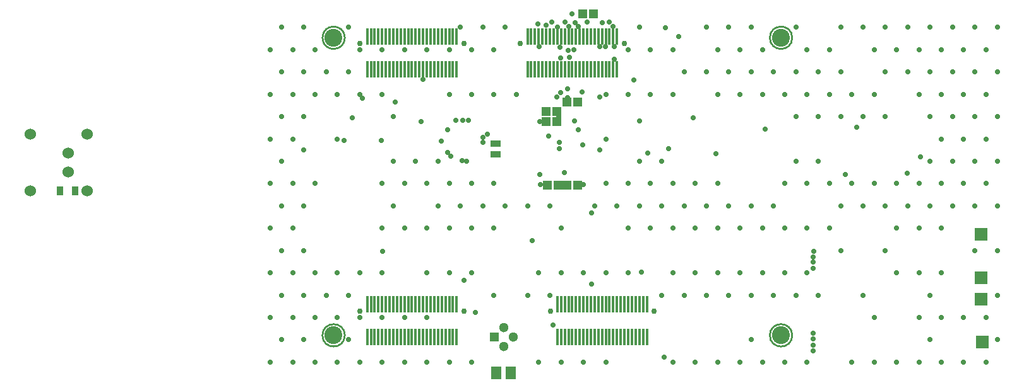
<source format=gbr>
%TF.GenerationSoftware,Altium Limited,Altium Designer,22.2.1 (43)*%
G04 Layer_Color=16711935*
%FSLAX45Y45*%
%MOMM*%
%TF.SameCoordinates,3546A09D-0AB3-465C-A5BE-671B47EBA127*%
%TF.FilePolarity,Negative*%
%TF.FileFunction,Soldermask,Bot*%
%TF.Part,Single*%
G01*
G75*
%TA.AperFunction,NonConductor*%
%ADD11C,0.25400*%
%TA.AperFunction,SMDPad,CuDef*%
%ADD28R,1.35000X0.95000*%
%TA.AperFunction,ComponentPad*%
%ADD64R,1.30000X1.30000*%
%ADD65C,1.30000*%
%TA.AperFunction,SMDPad,CuDef*%
%ADD70R,0.95620X1.20620*%
%TA.AperFunction,ConnectorPad*%
%ADD73R,1.15320X1.25320*%
%TA.AperFunction,SMDPad,CuDef*%
%ADD74R,0.45314X2.20320*%
%ADD75R,1.15320X1.25320*%
%ADD76R,1.40320X1.65320*%
%TA.AperFunction,ComponentPad*%
%ADD77R,1.70320X1.70320*%
%ADD78C,0.75311*%
%ADD79C,2.40309*%
%ADD80C,1.52400*%
%TA.AperFunction,ViaPad*%
%ADD81C,0.70320*%
D11*
X6800024Y3160008D02*
G03*
X6800024Y3160008I-150012J0D01*
G01*
Y7160000D02*
G03*
X6800024Y7160000I-150012J0D01*
G01*
X12800012D02*
G03*
X12800012Y7160000I-150012J0D01*
G01*
Y3160008D02*
G03*
X12800012Y3160008I-150012J0D01*
G01*
D28*
X8820000Y5740000D02*
D03*
Y5590000D02*
D03*
D64*
X8803160Y3141660D02*
D03*
D65*
X9057160D02*
D03*
X8930160Y3268660D02*
D03*
Y3014660D02*
D03*
D70*
X2977500Y5100000D02*
D03*
X3182500Y5100000D02*
D03*
D73*
X10132500Y7480000D02*
D03*
X9987500D02*
D03*
D74*
X9250007Y7180015D02*
D03*
X9300019D02*
D03*
X9350007D02*
D03*
X9400019D02*
D03*
X9450006D02*
D03*
X9500019D02*
D03*
X9550006D02*
D03*
X9600019D02*
D03*
X9650006D02*
D03*
X9700019D02*
D03*
X9750006D02*
D03*
X9800019D02*
D03*
X10450005D02*
D03*
X10400017D02*
D03*
X10350005D02*
D03*
X10300017D02*
D03*
X10250005D02*
D03*
X10200018D02*
D03*
X10150005D02*
D03*
X10100018D02*
D03*
X10050005D02*
D03*
X10000018D02*
D03*
X9950005D02*
D03*
X9900018D02*
D03*
X9850006D02*
D03*
X10450005Y6740011D02*
D03*
X10400017D02*
D03*
X10350005D02*
D03*
X10300017D02*
D03*
X10250005D02*
D03*
X10200018D02*
D03*
X10150005D02*
D03*
X10100018D02*
D03*
X10050005D02*
D03*
X10000018D02*
D03*
X9950005D02*
D03*
X9900018D02*
D03*
X9250007D02*
D03*
X9300019D02*
D03*
X9350007D02*
D03*
X9400019D02*
D03*
X9450006D02*
D03*
X9500019D02*
D03*
X9550006D02*
D03*
X9600019D02*
D03*
X9650006D02*
D03*
X9700019D02*
D03*
X9750006D02*
D03*
X9800019D02*
D03*
X9850006D02*
D03*
X7100024Y7180015D02*
D03*
X7150011D02*
D03*
X7200024D02*
D03*
X7250011D02*
D03*
X7300024D02*
D03*
X7350011D02*
D03*
X7400023D02*
D03*
X7450010D02*
D03*
X7500023D02*
D03*
X7550010D02*
D03*
X7600023D02*
D03*
X7650010D02*
D03*
X8300021D02*
D03*
X8250009D02*
D03*
X8200022D02*
D03*
X8150009D02*
D03*
X8100022D02*
D03*
X8050009D02*
D03*
X8000022D02*
D03*
X7950010D02*
D03*
X7900022D02*
D03*
X7850010D02*
D03*
X7800023D02*
D03*
X7750010D02*
D03*
X7700023D02*
D03*
X8300021Y6740011D02*
D03*
X8250009D02*
D03*
X8200022D02*
D03*
X8150009D02*
D03*
X8100022D02*
D03*
X8050009D02*
D03*
X8000022D02*
D03*
X7950010D02*
D03*
X7900022D02*
D03*
X7850010D02*
D03*
X7800023D02*
D03*
X7750010D02*
D03*
X7100024D02*
D03*
X7150011D02*
D03*
X7200024D02*
D03*
X7250011D02*
D03*
X7300024D02*
D03*
X7350011D02*
D03*
X7400023D02*
D03*
X7450010D02*
D03*
X7500023D02*
D03*
X7550010D02*
D03*
X7600023D02*
D03*
X7650010D02*
D03*
X7700023D02*
D03*
X9650006Y3580022D02*
D03*
X9700019D02*
D03*
X9750006D02*
D03*
X9800019D02*
D03*
X9850006D02*
D03*
X9900018D02*
D03*
X9950005D02*
D03*
X10000018D02*
D03*
X10050005D02*
D03*
X10100018D02*
D03*
X10150005D02*
D03*
X10200018D02*
D03*
X10850004D02*
D03*
X10800016D02*
D03*
X10750004D02*
D03*
X10700017D02*
D03*
X10650004D02*
D03*
X10600017D02*
D03*
X10550004D02*
D03*
X10500017D02*
D03*
X10450005D02*
D03*
X10400017D02*
D03*
X10350005D02*
D03*
X10300017D02*
D03*
X10250005D02*
D03*
X10850004Y3140018D02*
D03*
X10800016D02*
D03*
X10750004D02*
D03*
X10700017D02*
D03*
X10650004D02*
D03*
X10600017D02*
D03*
X10550004D02*
D03*
X10500017D02*
D03*
X10450005D02*
D03*
X10400017D02*
D03*
X10350005D02*
D03*
X10300017D02*
D03*
X9650006D02*
D03*
X9700019D02*
D03*
X9750006D02*
D03*
X9800019D02*
D03*
X9850006D02*
D03*
X9900018D02*
D03*
X9950005D02*
D03*
X10000018D02*
D03*
X10050005D02*
D03*
X10100018D02*
D03*
X10150005D02*
D03*
X10200018D02*
D03*
X10250005D02*
D03*
X7100024Y3580022D02*
D03*
X7150011D02*
D03*
X7200024D02*
D03*
X7250011D02*
D03*
X7300024D02*
D03*
X7350011D02*
D03*
X7400023D02*
D03*
X7450010D02*
D03*
X7500023D02*
D03*
X7550010D02*
D03*
X7600023D02*
D03*
X7650010D02*
D03*
X8300021D02*
D03*
X8250009D02*
D03*
X8200022D02*
D03*
X8150009D02*
D03*
X8100022D02*
D03*
X8050009D02*
D03*
X8000022D02*
D03*
X7950010D02*
D03*
X7900022D02*
D03*
X7850010D02*
D03*
X7800023D02*
D03*
X7750010D02*
D03*
X7700023D02*
D03*
X8300021Y3140018D02*
D03*
X8250009D02*
D03*
X8200022D02*
D03*
X8150009D02*
D03*
X8100022D02*
D03*
X8050009D02*
D03*
X8000022D02*
D03*
X7950010D02*
D03*
X7900022D02*
D03*
X7850010D02*
D03*
X7800023D02*
D03*
X7750010D02*
D03*
X7100024D02*
D03*
X7150011D02*
D03*
X7200024D02*
D03*
X7250011D02*
D03*
X7300024D02*
D03*
X7350011D02*
D03*
X7400023D02*
D03*
X7450010D02*
D03*
X7500023D02*
D03*
X7550010D02*
D03*
X7600023D02*
D03*
X7650010D02*
D03*
X7700023D02*
D03*
D75*
X9497500Y6170000D02*
D03*
X9642500D02*
D03*
X9497500Y6030000D02*
D03*
X9642500D02*
D03*
X9518811Y5181272D02*
D03*
X9663812D02*
D03*
X9777500Y6300000D02*
D03*
X9922500D02*
D03*
X9777500Y5180000D02*
D03*
X9922500D02*
D03*
D76*
X8828560Y2659060D02*
D03*
X9028560D02*
D03*
D77*
X15350000Y3070000D02*
D03*
X15330000Y3930000D02*
D03*
Y4520000D02*
D03*
Y3650000D02*
D03*
D78*
X10545001Y7085019D02*
D03*
X9155011D02*
D03*
X8395018D02*
D03*
X7005003D02*
D03*
X10945025Y3485001D02*
D03*
X9555010D02*
D03*
X8395018D02*
D03*
X7005003D02*
D03*
D79*
X6650012Y7160000D02*
D03*
Y3160008D02*
D03*
X12650000D02*
D03*
Y7160000D02*
D03*
D80*
X3341000Y5099000D02*
D03*
X2579000D02*
D03*
Y5861000D02*
D03*
X3341000D02*
D03*
X3087000Y5353000D02*
D03*
X3087000Y5607000D02*
D03*
D81*
X9887660Y7359283D02*
D03*
X9850000Y7480000D02*
D03*
X15549995Y7299998D02*
D03*
X15399995Y6999998D02*
D03*
X15549995Y6699998D02*
D03*
X15399995Y6399998D02*
D03*
X15549995Y6099998D02*
D03*
X15399995Y5799998D02*
D03*
X15549995Y5499998D02*
D03*
X15399995Y5199998D02*
D03*
X15549995Y4899999D02*
D03*
Y4299999D02*
D03*
Y3699999D02*
D03*
X15399995Y3399999D02*
D03*
X15549995Y3099999D02*
D03*
X15399995Y2799999D02*
D03*
X15249995Y7299998D02*
D03*
X15099995Y6999998D02*
D03*
X15249995Y6699998D02*
D03*
X15099995Y6399998D02*
D03*
X15249995Y6099998D02*
D03*
X15099995Y5799998D02*
D03*
X15249995Y5499998D02*
D03*
X15099995Y5199998D02*
D03*
X15249995Y4899999D02*
D03*
Y4299999D02*
D03*
X15099995Y3399999D02*
D03*
Y2799999D02*
D03*
X14949995Y7299998D02*
D03*
X14799995Y6999998D02*
D03*
X14949995Y6699998D02*
D03*
X14799995Y6399998D02*
D03*
X14949995Y6099998D02*
D03*
X14799995Y5799998D02*
D03*
X14949995Y5499998D02*
D03*
X14799995Y5199998D02*
D03*
X14949995Y4899999D02*
D03*
X14799995Y4599999D02*
D03*
Y3999999D02*
D03*
Y3399999D02*
D03*
Y2799999D02*
D03*
X14649995Y7299998D02*
D03*
X14499995Y6999998D02*
D03*
X14649995Y6699998D02*
D03*
X14499995Y6399998D02*
D03*
X14649995Y6099998D02*
D03*
Y5499998D02*
D03*
X14499995Y5199998D02*
D03*
X14649995Y4899999D02*
D03*
X14499995Y4599999D02*
D03*
Y3999999D02*
D03*
X14649995Y3699999D02*
D03*
X14499995Y3399999D02*
D03*
X14649995Y3099999D02*
D03*
X14499995Y2799999D02*
D03*
X14349995Y7299998D02*
D03*
X14199995Y6999998D02*
D03*
X14349995Y6699998D02*
D03*
X14199995Y5199998D02*
D03*
X14349995Y4899999D02*
D03*
X14199995Y4599999D02*
D03*
Y3999999D02*
D03*
Y2799999D02*
D03*
X14049995Y7299998D02*
D03*
X13899995Y6999998D02*
D03*
X14049995Y6699998D02*
D03*
X13899995Y6399998D02*
D03*
X14049995Y6099998D02*
D03*
X13899995Y5199998D02*
D03*
X14049995Y4899999D02*
D03*
Y4299999D02*
D03*
X13899995Y3399999D02*
D03*
Y2799999D02*
D03*
X13749995Y7299998D02*
D03*
X13599995Y6399998D02*
D03*
X13749995Y6099998D02*
D03*
X13599995Y5199998D02*
D03*
X13749995Y4899999D02*
D03*
Y3699999D02*
D03*
X13599995Y2799999D02*
D03*
X13449995Y7299998D02*
D03*
X13299995Y6999998D02*
D03*
X13449995Y6699998D02*
D03*
X13299995Y6399998D02*
D03*
X13449995Y6099998D02*
D03*
X13299995Y5199998D02*
D03*
X13449995Y4899999D02*
D03*
X13299995Y4599999D02*
D03*
X13449995Y4299999D02*
D03*
X12999995Y6999998D02*
D03*
X13149995Y6699998D02*
D03*
X12999995Y6399998D02*
D03*
X13149995Y6099998D02*
D03*
Y5499998D02*
D03*
X12999995Y5199998D02*
D03*
Y4599999D02*
D03*
Y3999999D02*
D03*
X13149995Y3699999D02*
D03*
X12999995Y2799999D02*
D03*
X12849995Y7299998D02*
D03*
Y6699998D02*
D03*
X12699996Y6399998D02*
D03*
X12849995Y6099998D02*
D03*
Y5499998D02*
D03*
X12699996Y5199998D02*
D03*
Y4599999D02*
D03*
Y3999999D02*
D03*
X12849995Y3699999D02*
D03*
X12699996Y2799999D02*
D03*
X12399996Y6999998D02*
D03*
X12549996Y6699998D02*
D03*
X12399996Y6399998D02*
D03*
X12549996Y4899999D02*
D03*
X12399996Y4599999D02*
D03*
Y3999999D02*
D03*
X12549996Y3699999D02*
D03*
X12399996Y2799999D02*
D03*
X12249996Y7299998D02*
D03*
X12099996Y6999998D02*
D03*
X12249996Y6699998D02*
D03*
X12099996Y6399998D02*
D03*
X12249996Y4899999D02*
D03*
X12099996Y4599999D02*
D03*
Y3999999D02*
D03*
X12249996Y3699999D02*
D03*
Y3099999D02*
D03*
X12099996Y2799999D02*
D03*
X11949996Y7299998D02*
D03*
X11799996Y6999998D02*
D03*
X11949996Y6699998D02*
D03*
X11799996Y6399998D02*
D03*
Y5199998D02*
D03*
X11949996Y4899999D02*
D03*
X11799996Y4599999D02*
D03*
Y3999999D02*
D03*
X11949996Y3699999D02*
D03*
X11799996Y2799999D02*
D03*
X11649997Y7299998D02*
D03*
Y6699998D02*
D03*
X11499997Y5199998D02*
D03*
X11649997Y4899999D02*
D03*
X11499997Y4599999D02*
D03*
Y3999999D02*
D03*
X11649997Y3699999D02*
D03*
X11499997Y2799999D02*
D03*
X11199997Y6999998D02*
D03*
X11349997Y6699998D02*
D03*
X11199997Y6399998D02*
D03*
Y5199998D02*
D03*
X11349997Y4899999D02*
D03*
X11199997Y4599999D02*
D03*
Y3999999D02*
D03*
X11349997Y3699999D02*
D03*
X11199997Y2799999D02*
D03*
X10899997Y6999998D02*
D03*
Y6399998D02*
D03*
X11049997Y5499998D02*
D03*
X10899997Y5199998D02*
D03*
X11049997Y4899999D02*
D03*
X10899997Y4599999D02*
D03*
X11049997Y3699999D02*
D03*
X10749997Y7299998D02*
D03*
X10599997Y6999998D02*
D03*
Y6399998D02*
D03*
X10749997Y5499998D02*
D03*
X10599997Y5199998D02*
D03*
X10749997Y4899999D02*
D03*
X10599997Y4599999D02*
D03*
Y3999999D02*
D03*
X10299997Y6399998D02*
D03*
Y5799998D02*
D03*
Y5199998D02*
D03*
X10449997Y4899999D02*
D03*
X10299997Y3999999D02*
D03*
Y2799999D02*
D03*
X10149997Y4899999D02*
D03*
X9999997Y3999999D02*
D03*
Y2799999D02*
D03*
X9699997Y4599999D02*
D03*
Y3999999D02*
D03*
Y2799999D02*
D03*
X9549997Y4899999D02*
D03*
X9399997Y3999999D02*
D03*
X9549997Y3699999D02*
D03*
X9399997Y2799999D02*
D03*
X9099997Y6399998D02*
D03*
X9249997Y4899999D02*
D03*
Y3699999D02*
D03*
X8949997Y7299998D02*
D03*
X8799997Y6999998D02*
D03*
Y6399998D02*
D03*
Y5199998D02*
D03*
X8949997Y4899999D02*
D03*
X8799997Y4599999D02*
D03*
X8649997Y7299998D02*
D03*
X8499997Y6999998D02*
D03*
Y6399998D02*
D03*
Y5199998D02*
D03*
X8649997Y4899999D02*
D03*
X8499997Y4599999D02*
D03*
Y3999999D02*
D03*
Y2799999D02*
D03*
X8349998Y7299998D02*
D03*
X8199998Y6999998D02*
D03*
Y6399998D02*
D03*
Y5199998D02*
D03*
X8349998Y4899999D02*
D03*
X8199998Y4599999D02*
D03*
Y3999999D02*
D03*
Y2799999D02*
D03*
X7899998Y6999998D02*
D03*
X8049998Y5499998D02*
D03*
X7899998Y5199998D02*
D03*
X8049998Y4899999D02*
D03*
X7899998Y4599999D02*
D03*
Y3999999D02*
D03*
Y3399999D02*
D03*
Y2799999D02*
D03*
X7599998Y6999998D02*
D03*
X7749998Y5499998D02*
D03*
X7599998Y5199998D02*
D03*
Y4599999D02*
D03*
Y3399999D02*
D03*
Y2799999D02*
D03*
X7299998Y6999998D02*
D03*
Y6399998D02*
D03*
X7449998Y6099998D02*
D03*
Y5499998D02*
D03*
X7299998Y5199998D02*
D03*
X7449998Y4899999D02*
D03*
X7299998Y4599999D02*
D03*
Y3999999D02*
D03*
Y3399999D02*
D03*
Y2799999D02*
D03*
X6999998Y6999998D02*
D03*
Y6399998D02*
D03*
Y3999999D02*
D03*
Y3399999D02*
D03*
Y2799999D02*
D03*
X6849998Y7299998D02*
D03*
Y6699998D02*
D03*
X6699998Y6399998D02*
D03*
Y5799998D02*
D03*
Y3999999D02*
D03*
X6849998Y3699999D02*
D03*
X6699998Y3399999D02*
D03*
X6849998Y3099999D02*
D03*
X6699998Y2799999D02*
D03*
X6399998Y6999998D02*
D03*
X6549998Y6699998D02*
D03*
X6399998Y6399998D02*
D03*
Y5199998D02*
D03*
Y3999999D02*
D03*
X6549998Y3699999D02*
D03*
X6399998Y3399999D02*
D03*
Y2799999D02*
D03*
X6249998Y7299998D02*
D03*
X6099998Y6999998D02*
D03*
X6249998Y6699998D02*
D03*
X6099998Y6399998D02*
D03*
X6249998Y6099998D02*
D03*
X6099998Y5799998D02*
D03*
Y5199998D02*
D03*
X6249998Y4899999D02*
D03*
X6099998Y4599999D02*
D03*
X6249998Y4299999D02*
D03*
X6099998Y3999999D02*
D03*
X6249998Y3699999D02*
D03*
X6099998Y3399999D02*
D03*
X6249998Y3099999D02*
D03*
X6099998Y2799999D02*
D03*
X5949998Y7299998D02*
D03*
X5799998Y6999998D02*
D03*
X5949998Y6699998D02*
D03*
X5799998Y6399998D02*
D03*
X5949998Y6099998D02*
D03*
X5799998Y5799998D02*
D03*
X5949998Y5499998D02*
D03*
X5799998Y5199998D02*
D03*
X5949998Y4899999D02*
D03*
X5799998Y4599999D02*
D03*
X5949998Y4299999D02*
D03*
X5799998Y3999999D02*
D03*
X5949998Y3699999D02*
D03*
X5799998Y3399999D02*
D03*
X5949998Y3099999D02*
D03*
X5799998Y2799999D02*
D03*
X7472203Y6296624D02*
D03*
X6902204Y6086624D02*
D03*
X9670000Y6090000D02*
D03*
X9742204Y5346624D02*
D03*
X9790963Y6352684D02*
D03*
X9880000Y6040000D02*
D03*
X9932204Y5926624D02*
D03*
X8431860Y5499848D02*
D03*
X13080000Y4217300D02*
D03*
X13083807Y4057883D02*
D03*
X9410000Y7040000D02*
D03*
X11080000Y2870000D02*
D03*
X10776223Y4011643D02*
D03*
X9310000Y4430000D02*
D03*
X10110000Y4810000D02*
D03*
X13668077Y5956353D02*
D03*
X13516223Y5321643D02*
D03*
X10106223Y3851643D02*
D03*
X9596223Y3301643D02*
D03*
X12436223Y5931643D02*
D03*
X8650000Y5757460D02*
D03*
Y5820160D02*
D03*
X8090000Y5770000D02*
D03*
X9680000Y5670000D02*
D03*
X11476223Y6081643D02*
D03*
X11776223Y5601643D02*
D03*
X10866223Y5611643D02*
D03*
X11280000Y7180000D02*
D03*
X11096223Y7291643D02*
D03*
X7850000Y6600000D02*
D03*
X7825642Y6036936D02*
D03*
X6790000Y5780000D02*
D03*
X7306223Y4291643D02*
D03*
X8800000Y3700000D02*
D03*
X13086475Y4292131D02*
D03*
X13080000Y4141643D02*
D03*
X7290000Y5780000D02*
D03*
X6250000Y5650000D02*
D03*
X7036775Y6343703D02*
D03*
X13080000Y2950000D02*
D03*
Y3031643D02*
D03*
Y3191643D02*
D03*
Y3111643D02*
D03*
X8550000Y3470000D02*
D03*
X9530000Y5840000D02*
D03*
X9680000Y5750000D02*
D03*
X9390000Y7350000D02*
D03*
X9500411Y7329675D02*
D03*
X9655057Y7305343D02*
D03*
X9575664Y7368502D02*
D03*
X8220000Y5570000D02*
D03*
X8180000Y5620000D02*
D03*
X8709368Y5864951D02*
D03*
X8180000Y5920000D02*
D03*
X8460000Y6050000D02*
D03*
X8290031Y6050360D02*
D03*
X8380000Y6050000D02*
D03*
X9750000Y7370000D02*
D03*
X10049368D02*
D03*
X10249768Y7360400D02*
D03*
X9931996Y7314947D02*
D03*
X10222869Y7045274D02*
D03*
X10299362Y7040638D02*
D03*
X10410000Y7042315D02*
D03*
X10410400Y6870000D02*
D03*
X10680168Y6590000D02*
D03*
X9990000Y5720000D02*
D03*
X14520000Y5560000D02*
D03*
X9795638Y6994362D02*
D03*
X9872303Y6994874D02*
D03*
X9690400Y6889124D02*
D03*
X9814362Y6893562D02*
D03*
X9687775Y7029051D02*
D03*
X10222204Y5656624D02*
D03*
X10220000Y6360000D02*
D03*
X9640000D02*
D03*
X9690400Y6420000D02*
D03*
X8369368Y5504951D02*
D03*
X9790000Y6470400D02*
D03*
X9800400Y7310000D02*
D03*
X10349368Y7370000D02*
D03*
X10399768Y7310000D02*
D03*
X9999368Y5184951D02*
D03*
X9419368D02*
D03*
X9417500Y6030000D02*
D03*
X9980000Y6430000D02*
D03*
X10750000Y6040000D02*
D03*
X11140000Y5670000D02*
D03*
X9418515Y5323230D02*
D03*
X14345349Y5343309D02*
D03*
X8400000Y3900000D02*
D03*
%TF.MD5,115289cc0e7a9d079595fdcd38b4ab5e*%
M02*

</source>
